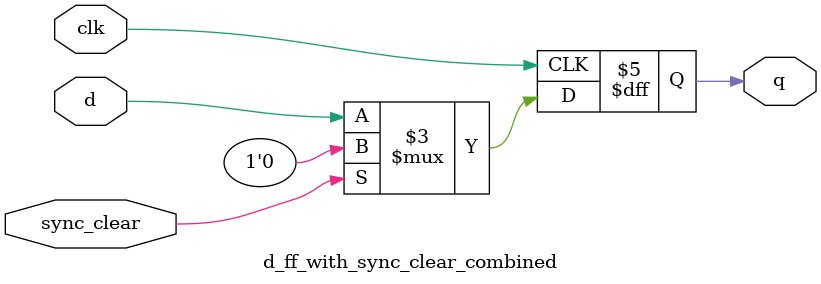
<source format=sv>
`timescale 1ns / 1ps


module d_ff_with_sync_clear_combined(
    input logic clk, sync_clear, d,
    output logic q
    );
    //body
    always_ff @(posedge clk)
    if (sync_clear)
        q <= 1'b0;
    else
        q <= d;
endmodule

</source>
